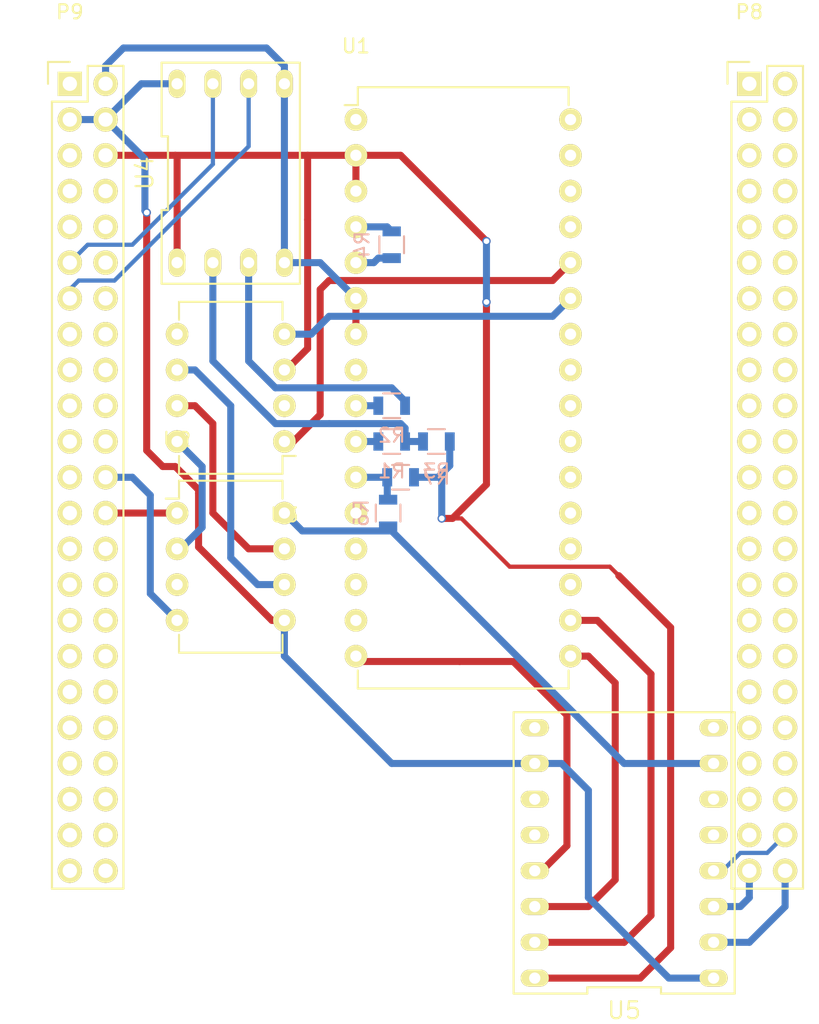
<source format=kicad_pcb>
(kicad_pcb (version 4) (host pcbnew 4.0.2+dfsg1-stable)

  (general
    (links 49)
    (no_connects 7)
    (area 109.648867 86.0786 188.597934 154.037)
    (thickness 1.6)
    (drawings 0)
    (tracks 158)
    (zones 0)
    (modules 13)
    (nets 128)
  )

  (page A4)
  (layers
    (0 F.Cu signal)
    (31 B.Cu signal)
    (32 B.Adhes user)
    (33 F.Adhes user)
    (34 B.Paste user)
    (35 F.Paste user)
    (36 B.SilkS user)
    (37 F.SilkS user)
    (38 B.Mask user)
    (39 F.Mask user)
    (40 Dwgs.User user)
    (41 Cmts.User user)
    (42 Eco1.User user)
    (43 Eco2.User user)
    (44 Edge.Cuts user)
    (45 Margin user)
    (46 B.CrtYd user)
    (47 F.CrtYd user)
    (48 B.Fab user)
    (49 F.Fab user)
  )

  (setup
    (last_trace_width 0.5)
    (trace_clearance 0.2)
    (zone_clearance 0.508)
    (zone_45_only no)
    (trace_min 0.2)
    (segment_width 0.2)
    (edge_width 0.15)
    (via_size 0.6)
    (via_drill 0.4)
    (via_min_size 0.4)
    (via_min_drill 0.3)
    (uvia_size 0.3)
    (uvia_drill 0.1)
    (uvias_allowed no)
    (uvia_min_size 0.2)
    (uvia_min_drill 0.1)
    (pcb_text_width 0.3)
    (pcb_text_size 1.5 1.5)
    (mod_edge_width 0.15)
    (mod_text_size 1 1)
    (mod_text_width 0.15)
    (pad_size 1.524 1.524)
    (pad_drill 0.762)
    (pad_to_mask_clearance 0.2)
    (aux_axis_origin 0 0)
    (visible_elements FFFFFF7F)
    (pcbplotparams
      (layerselection 0x00030_80000001)
      (usegerberextensions false)
      (excludeedgelayer true)
      (linewidth 0.100000)
      (plotframeref false)
      (viasonmask false)
      (mode 1)
      (useauxorigin false)
      (hpglpennumber 1)
      (hpglpenspeed 20)
      (hpglpendiameter 15)
      (hpglpenoverlay 2)
      (psnegative false)
      (psa4output false)
      (plotreference true)
      (plotvalue true)
      (plotinvisibletext false)
      (padsonsilk false)
      (subtractmaskfromsilk false)
      (outputformat 1)
      (mirror false)
      (drillshape 1)
      (scaleselection 1)
      (outputdirectory ""))
  )

  (net 0 "")
  (net 1 GND)
  (net 2 "Net-(P8-Pad3)")
  (net 3 "Net-(P8-Pad4)")
  (net 4 "Net-(P8-Pad5)")
  (net 5 "Net-(P8-Pad6)")
  (net 6 "Net-(P8-Pad7)")
  (net 7 "Net-(P8-Pad8)")
  (net 8 "Net-(P8-Pad9)")
  (net 9 "Net-(P8-Pad10)")
  (net 10 "Net-(P8-Pad11)")
  (net 11 "Net-(P8-Pad12)")
  (net 12 "Net-(P8-Pad13)")
  (net 13 "Net-(P8-Pad14)")
  (net 14 "Net-(P8-Pad15)")
  (net 15 "Net-(P8-Pad16)")
  (net 16 "Net-(P8-Pad17)")
  (net 17 "Net-(P8-Pad18)")
  (net 18 "Net-(P8-Pad19)")
  (net 19 "Net-(P8-Pad20)")
  (net 20 "Net-(P8-Pad21)")
  (net 21 "Net-(P8-Pad22)")
  (net 22 "Net-(P8-Pad23)")
  (net 23 "Net-(P8-Pad24)")
  (net 24 "Net-(P8-Pad25)")
  (net 25 "Net-(P8-Pad26)")
  (net 26 "Net-(P8-Pad27)")
  (net 27 "Net-(P8-Pad28)")
  (net 28 "Net-(P8-Pad29)")
  (net 29 "Net-(P8-Pad30)")
  (net 30 "Net-(P8-Pad31)")
  (net 31 "Net-(P8-Pad32)")
  (net 32 "Net-(P8-Pad33)")
  (net 33 "Net-(P8-Pad34)")
  (net 34 "Net-(P8-Pad35)")
  (net 35 "Net-(P8-Pad36)")
  (net 36 "Net-(P8-Pad37)")
  (net 37 "Net-(P8-Pad38)")
  (net 38 "Net-(P8-Pad39)")
  (net 39 "Net-(P8-Pad40)")
  (net 40 "Net-(P8-Pad41)")
  (net 41 "Net-(P8-Pad42)")
  (net 42 "Net-(P8-Pad43)")
  (net 43 /LA2)
  (net 44 /LA1)
  (net 45 /LA0)
  (net 46 +3V3)
  (net 47 "Net-(P9-Pad5)")
  (net 48 +5V)
  (net 49 "Net-(P9-Pad7)")
  (net 50 "Net-(P9-Pad8)")
  (net 51 "Net-(P9-Pad9)")
  (net 52 "Net-(P9-Pad10)")
  (net 53 /GPIO30)
  (net 54 "Net-(P9-Pad12)")
  (net 55 /GPIO31)
  (net 56 "Net-(P9-Pad14)")
  (net 57 "Net-(P9-Pad15)")
  (net 58 "Net-(P9-Pad16)")
  (net 59 "Net-(P9-Pad17)")
  (net 60 "Net-(P9-Pad18)")
  (net 61 "Net-(P9-Pad19)")
  (net 62 "Net-(P9-Pad20)")
  (net 63 "Net-(P9-Pad21)")
  (net 64 "Net-(P9-Pad22)")
  (net 65 "Net-(P9-Pad23)")
  (net 66 /CANRX1)
  (net 67 "Net-(P9-Pad25)")
  (net 68 /CANTX1)
  (net 69 "Net-(P9-Pad27)")
  (net 70 "Net-(P9-Pad28)")
  (net 71 "Net-(P9-Pad29)")
  (net 72 "Net-(P9-Pad30)")
  (net 73 "Net-(P9-Pad31)")
  (net 74 "Net-(P9-Pad32)")
  (net 75 "Net-(P9-Pad33)")
  (net 76 "Net-(P9-Pad34)")
  (net 77 "Net-(P9-Pad35)")
  (net 78 "Net-(P9-Pad36)")
  (net 79 "Net-(P9-Pad37)")
  (net 80 "Net-(P9-Pad38)")
  (net 81 "Net-(P9-Pad39)")
  (net 82 "Net-(P9-Pad40)")
  (net 83 "Net-(P9-Pad41)")
  (net 84 "Net-(P9-Pad42)")
  (net 85 "Net-(P9-Pad43)")
  (net 86 "Net-(P9-Pad44)")
  (net 87 "Net-(P9-Pad45)")
  (net 88 "Net-(P9-Pad46)")
  (net 89 "Net-(R1-Pad1)")
  (net 90 /C2CK)
  (net 91 "Net-(R2-Pad1)")
  (net 92 /C2D)
  (net 93 "Net-(R4-Pad1)")
  (net 94 "Net-(R4-Pad2)")
  (net 95 "Net-(R6-Pad2)")
  (net 96 "Net-(U1-Pad1)")
  (net 97 "Net-(U1-Pad8)")
  (net 98 "Net-(U1-Pad12)")
  (net 99 "Net-(U1-Pad13)")
  (net 100 "Net-(U1-Pad14)")
  (net 101 "Net-(U1-Pad15)")
  (net 102 /A')
  (net 103 /A)
  (net 104 /ENA)
  (net 105 /RDDA)
  (net 106 /RCL)
  (net 107 /QUAL)
  (net 108 "Net-(U1-Pad22)")
  (net 109 "Net-(U1-Pad23)")
  (net 110 "Net-(U1-Pad24)")
  (net 111 "Net-(U1-Pad25)")
  (net 112 "Net-(U1-Pad26)")
  (net 113 /CANRX0)
  (net 114 /CANTX0)
  (net 115 "Net-(U1-Pad29)")
  (net 116 "Net-(U1-Pad30)")
  (net 117 "Net-(U1-Pad31)")
  (net 118 "Net-(U1-Pad32)")
  (net 119 "Net-(U2-Pad6)")
  (net 120 "Net-(U2-Pad7)")
  (net 121 "Net-(U3-Pad5)")
  (net 122 "Net-(U5-Pad12)")
  (net 123 "Net-(U5-Pad5)")
  (net 124 "Net-(U5-Pad11)")
  (net 125 "Net-(U5-Pad6)")
  (net 126 "Net-(U5-Pad9)")
  (net 127 "Net-(U5-Pad8)")

  (net_class Default "This is the default net class."
    (clearance 0.2)
    (trace_width 0.5)
    (via_dia 0.6)
    (via_drill 0.4)
    (uvia_dia 0.3)
    (uvia_drill 0.1)
    (add_net +3V3)
    (add_net /A)
    (add_net /A')
    (add_net /C2CK)
    (add_net /C2D)
    (add_net /CANRX0)
    (add_net /CANRX1)
    (add_net /CANTX0)
    (add_net /CANTX1)
    (add_net /ENA)
    (add_net /LA0)
    (add_net /LA1)
    (add_net /QUAL)
    (add_net /RCL)
    (add_net /RDDA)
    (add_net GND)
    (add_net "Net-(P8-Pad10)")
    (add_net "Net-(P8-Pad11)")
    (add_net "Net-(P8-Pad12)")
    (add_net "Net-(P8-Pad13)")
    (add_net "Net-(P8-Pad14)")
    (add_net "Net-(P8-Pad15)")
    (add_net "Net-(P8-Pad16)")
    (add_net "Net-(P8-Pad17)")
    (add_net "Net-(P8-Pad18)")
    (add_net "Net-(P8-Pad19)")
    (add_net "Net-(P8-Pad20)")
    (add_net "Net-(P8-Pad21)")
    (add_net "Net-(P8-Pad22)")
    (add_net "Net-(P8-Pad23)")
    (add_net "Net-(P8-Pad24)")
    (add_net "Net-(P8-Pad25)")
    (add_net "Net-(P8-Pad26)")
    (add_net "Net-(P8-Pad27)")
    (add_net "Net-(P8-Pad28)")
    (add_net "Net-(P8-Pad29)")
    (add_net "Net-(P8-Pad3)")
    (add_net "Net-(P8-Pad30)")
    (add_net "Net-(P8-Pad31)")
    (add_net "Net-(P8-Pad32)")
    (add_net "Net-(P8-Pad33)")
    (add_net "Net-(P8-Pad34)")
    (add_net "Net-(P8-Pad35)")
    (add_net "Net-(P8-Pad36)")
    (add_net "Net-(P8-Pad37)")
    (add_net "Net-(P8-Pad38)")
    (add_net "Net-(P8-Pad39)")
    (add_net "Net-(P8-Pad4)")
    (add_net "Net-(P8-Pad40)")
    (add_net "Net-(P8-Pad41)")
    (add_net "Net-(P8-Pad42)")
    (add_net "Net-(P8-Pad43)")
    (add_net "Net-(P8-Pad5)")
    (add_net "Net-(P8-Pad6)")
    (add_net "Net-(P8-Pad7)")
    (add_net "Net-(P8-Pad8)")
    (add_net "Net-(P8-Pad9)")
    (add_net "Net-(P9-Pad10)")
    (add_net "Net-(P9-Pad12)")
    (add_net "Net-(P9-Pad14)")
    (add_net "Net-(P9-Pad15)")
    (add_net "Net-(P9-Pad16)")
    (add_net "Net-(P9-Pad17)")
    (add_net "Net-(P9-Pad18)")
    (add_net "Net-(P9-Pad19)")
    (add_net "Net-(P9-Pad20)")
    (add_net "Net-(P9-Pad21)")
    (add_net "Net-(P9-Pad22)")
    (add_net "Net-(P9-Pad23)")
    (add_net "Net-(P9-Pad25)")
    (add_net "Net-(P9-Pad27)")
    (add_net "Net-(P9-Pad28)")
    (add_net "Net-(P9-Pad29)")
    (add_net "Net-(P9-Pad30)")
    (add_net "Net-(P9-Pad31)")
    (add_net "Net-(P9-Pad32)")
    (add_net "Net-(P9-Pad33)")
    (add_net "Net-(P9-Pad34)")
    (add_net "Net-(P9-Pad35)")
    (add_net "Net-(P9-Pad36)")
    (add_net "Net-(P9-Pad37)")
    (add_net "Net-(P9-Pad38)")
    (add_net "Net-(P9-Pad39)")
    (add_net "Net-(P9-Pad40)")
    (add_net "Net-(P9-Pad41)")
    (add_net "Net-(P9-Pad42)")
    (add_net "Net-(P9-Pad43)")
    (add_net "Net-(P9-Pad44)")
    (add_net "Net-(P9-Pad45)")
    (add_net "Net-(P9-Pad46)")
    (add_net "Net-(P9-Pad5)")
    (add_net "Net-(P9-Pad7)")
    (add_net "Net-(P9-Pad8)")
    (add_net "Net-(P9-Pad9)")
    (add_net "Net-(R1-Pad1)")
    (add_net "Net-(R2-Pad1)")
    (add_net "Net-(R4-Pad1)")
    (add_net "Net-(R4-Pad2)")
    (add_net "Net-(R6-Pad2)")
    (add_net "Net-(U1-Pad1)")
    (add_net "Net-(U1-Pad12)")
    (add_net "Net-(U1-Pad13)")
    (add_net "Net-(U1-Pad14)")
    (add_net "Net-(U1-Pad15)")
    (add_net "Net-(U1-Pad22)")
    (add_net "Net-(U1-Pad23)")
    (add_net "Net-(U1-Pad24)")
    (add_net "Net-(U1-Pad25)")
    (add_net "Net-(U1-Pad26)")
    (add_net "Net-(U1-Pad29)")
    (add_net "Net-(U1-Pad30)")
    (add_net "Net-(U1-Pad31)")
    (add_net "Net-(U1-Pad32)")
    (add_net "Net-(U1-Pad8)")
    (add_net "Net-(U2-Pad6)")
    (add_net "Net-(U2-Pad7)")
    (add_net "Net-(U3-Pad5)")
    (add_net "Net-(U5-Pad11)")
    (add_net "Net-(U5-Pad12)")
    (add_net "Net-(U5-Pad5)")
    (add_net "Net-(U5-Pad6)")
    (add_net "Net-(U5-Pad8)")
    (add_net "Net-(U5-Pad9)")
  )

  (net_class Thru ""
    (clearance 0.2)
    (trace_width 0.3)
    (via_dia 0.6)
    (via_drill 0.4)
    (uvia_dia 0.3)
    (uvia_drill 0.1)
    (add_net +5V)
    (add_net /GPIO30)
    (add_net /GPIO31)
    (add_net /LA2)
  )

  (module Pin_Headers:Pin_Header_Straight_2x23 (layer F.Cu) (tedit 0) (tstamp 5C2F7CEB)
    (at 165.1 91.44)
    (descr "Through hole pin header")
    (tags "pin header")
    (path /5C2DD8BF)
    (fp_text reference P8 (at 0 -5.1) (layer F.SilkS)
      (effects (font (size 1 1) (thickness 0.15)))
    )
    (fp_text value CONN_02X23 (at 0 -3.1) (layer F.Fab)
      (effects (font (size 1 1) (thickness 0.15)))
    )
    (fp_line (start -1.75 -1.75) (end -1.75 57.65) (layer F.CrtYd) (width 0.05))
    (fp_line (start 4.3 -1.75) (end 4.3 57.65) (layer F.CrtYd) (width 0.05))
    (fp_line (start -1.75 -1.75) (end 4.3 -1.75) (layer F.CrtYd) (width 0.05))
    (fp_line (start -1.75 57.65) (end 4.3 57.65) (layer F.CrtYd) (width 0.05))
    (fp_line (start 3.81 57.15) (end 3.81 -1.27) (layer F.SilkS) (width 0.15))
    (fp_line (start -1.27 57.15) (end -1.27 1.27) (layer F.SilkS) (width 0.15))
    (fp_line (start 3.81 57.15) (end -1.27 57.15) (layer F.SilkS) (width 0.15))
    (fp_line (start 3.81 -1.27) (end 1.27 -1.27) (layer F.SilkS) (width 0.15))
    (fp_line (start 0 -1.55) (end -1.55 -1.55) (layer F.SilkS) (width 0.15))
    (fp_line (start 1.27 -1.27) (end 1.27 1.27) (layer F.SilkS) (width 0.15))
    (fp_line (start 1.27 1.27) (end -1.27 1.27) (layer F.SilkS) (width 0.15))
    (fp_line (start -1.55 -1.55) (end -1.55 0) (layer F.SilkS) (width 0.15))
    (pad 1 thru_hole rect (at 0 0) (size 1.7272 1.7272) (drill 1.016) (layers *.Cu *.Mask F.SilkS)
      (net 1 GND))
    (pad 2 thru_hole oval (at 2.54 0) (size 1.7272 1.7272) (drill 1.016) (layers *.Cu *.Mask F.SilkS)
      (net 1 GND))
    (pad 3 thru_hole oval (at 0 2.54) (size 1.7272 1.7272) (drill 1.016) (layers *.Cu *.Mask F.SilkS)
      (net 2 "Net-(P8-Pad3)"))
    (pad 4 thru_hole oval (at 2.54 2.54) (size 1.7272 1.7272) (drill 1.016) (layers *.Cu *.Mask F.SilkS)
      (net 3 "Net-(P8-Pad4)"))
    (pad 5 thru_hole oval (at 0 5.08) (size 1.7272 1.7272) (drill 1.016) (layers *.Cu *.Mask F.SilkS)
      (net 4 "Net-(P8-Pad5)"))
    (pad 6 thru_hole oval (at 2.54 5.08) (size 1.7272 1.7272) (drill 1.016) (layers *.Cu *.Mask F.SilkS)
      (net 5 "Net-(P8-Pad6)"))
    (pad 7 thru_hole oval (at 0 7.62) (size 1.7272 1.7272) (drill 1.016) (layers *.Cu *.Mask F.SilkS)
      (net 6 "Net-(P8-Pad7)"))
    (pad 8 thru_hole oval (at 2.54 7.62) (size 1.7272 1.7272) (drill 1.016) (layers *.Cu *.Mask F.SilkS)
      (net 7 "Net-(P8-Pad8)"))
    (pad 9 thru_hole oval (at 0 10.16) (size 1.7272 1.7272) (drill 1.016) (layers *.Cu *.Mask F.SilkS)
      (net 8 "Net-(P8-Pad9)"))
    (pad 10 thru_hole oval (at 2.54 10.16) (size 1.7272 1.7272) (drill 1.016) (layers *.Cu *.Mask F.SilkS)
      (net 9 "Net-(P8-Pad10)"))
    (pad 11 thru_hole oval (at 0 12.7) (size 1.7272 1.7272) (drill 1.016) (layers *.Cu *.Mask F.SilkS)
      (net 10 "Net-(P8-Pad11)"))
    (pad 12 thru_hole oval (at 2.54 12.7) (size 1.7272 1.7272) (drill 1.016) (layers *.Cu *.Mask F.SilkS)
      (net 11 "Net-(P8-Pad12)"))
    (pad 13 thru_hole oval (at 0 15.24) (size 1.7272 1.7272) (drill 1.016) (layers *.Cu *.Mask F.SilkS)
      (net 12 "Net-(P8-Pad13)"))
    (pad 14 thru_hole oval (at 2.54 15.24) (size 1.7272 1.7272) (drill 1.016) (layers *.Cu *.Mask F.SilkS)
      (net 13 "Net-(P8-Pad14)"))
    (pad 15 thru_hole oval (at 0 17.78) (size 1.7272 1.7272) (drill 1.016) (layers *.Cu *.Mask F.SilkS)
      (net 14 "Net-(P8-Pad15)"))
    (pad 16 thru_hole oval (at 2.54 17.78) (size 1.7272 1.7272) (drill 1.016) (layers *.Cu *.Mask F.SilkS)
      (net 15 "Net-(P8-Pad16)"))
    (pad 17 thru_hole oval (at 0 20.32) (size 1.7272 1.7272) (drill 1.016) (layers *.Cu *.Mask F.SilkS)
      (net 16 "Net-(P8-Pad17)"))
    (pad 18 thru_hole oval (at 2.54 20.32) (size 1.7272 1.7272) (drill 1.016) (layers *.Cu *.Mask F.SilkS)
      (net 17 "Net-(P8-Pad18)"))
    (pad 19 thru_hole oval (at 0 22.86) (size 1.7272 1.7272) (drill 1.016) (layers *.Cu *.Mask F.SilkS)
      (net 18 "Net-(P8-Pad19)"))
    (pad 20 thru_hole oval (at 2.54 22.86) (size 1.7272 1.7272) (drill 1.016) (layers *.Cu *.Mask F.SilkS)
      (net 19 "Net-(P8-Pad20)"))
    (pad 21 thru_hole oval (at 0 25.4) (size 1.7272 1.7272) (drill 1.016) (layers *.Cu *.Mask F.SilkS)
      (net 20 "Net-(P8-Pad21)"))
    (pad 22 thru_hole oval (at 2.54 25.4) (size 1.7272 1.7272) (drill 1.016) (layers *.Cu *.Mask F.SilkS)
      (net 21 "Net-(P8-Pad22)"))
    (pad 23 thru_hole oval (at 0 27.94) (size 1.7272 1.7272) (drill 1.016) (layers *.Cu *.Mask F.SilkS)
      (net 22 "Net-(P8-Pad23)"))
    (pad 24 thru_hole oval (at 2.54 27.94) (size 1.7272 1.7272) (drill 1.016) (layers *.Cu *.Mask F.SilkS)
      (net 23 "Net-(P8-Pad24)"))
    (pad 25 thru_hole oval (at 0 30.48) (size 1.7272 1.7272) (drill 1.016) (layers *.Cu *.Mask F.SilkS)
      (net 24 "Net-(P8-Pad25)"))
    (pad 26 thru_hole oval (at 2.54 30.48) (size 1.7272 1.7272) (drill 1.016) (layers *.Cu *.Mask F.SilkS)
      (net 25 "Net-(P8-Pad26)"))
    (pad 27 thru_hole oval (at 0 33.02) (size 1.7272 1.7272) (drill 1.016) (layers *.Cu *.Mask F.SilkS)
      (net 26 "Net-(P8-Pad27)"))
    (pad 28 thru_hole oval (at 2.54 33.02) (size 1.7272 1.7272) (drill 1.016) (layers *.Cu *.Mask F.SilkS)
      (net 27 "Net-(P8-Pad28)"))
    (pad 29 thru_hole oval (at 0 35.56) (size 1.7272 1.7272) (drill 1.016) (layers *.Cu *.Mask F.SilkS)
      (net 28 "Net-(P8-Pad29)"))
    (pad 30 thru_hole oval (at 2.54 35.56) (size 1.7272 1.7272) (drill 1.016) (layers *.Cu *.Mask F.SilkS)
      (net 29 "Net-(P8-Pad30)"))
    (pad 31 thru_hole oval (at 0 38.1) (size 1.7272 1.7272) (drill 1.016) (layers *.Cu *.Mask F.SilkS)
      (net 30 "Net-(P8-Pad31)"))
    (pad 32 thru_hole oval (at 2.54 38.1) (size 1.7272 1.7272) (drill 1.016) (layers *.Cu *.Mask F.SilkS)
      (net 31 "Net-(P8-Pad32)"))
    (pad 33 thru_hole oval (at 0 40.64) (size 1.7272 1.7272) (drill 1.016) (layers *.Cu *.Mask F.SilkS)
      (net 32 "Net-(P8-Pad33)"))
    (pad 34 thru_hole oval (at 2.54 40.64) (size 1.7272 1.7272) (drill 1.016) (layers *.Cu *.Mask F.SilkS)
      (net 33 "Net-(P8-Pad34)"))
    (pad 35 thru_hole oval (at 0 43.18) (size 1.7272 1.7272) (drill 1.016) (layers *.Cu *.Mask F.SilkS)
      (net 34 "Net-(P8-Pad35)"))
    (pad 36 thru_hole oval (at 2.54 43.18) (size 1.7272 1.7272) (drill 1.016) (layers *.Cu *.Mask F.SilkS)
      (net 35 "Net-(P8-Pad36)"))
    (pad 37 thru_hole oval (at 0 45.72) (size 1.7272 1.7272) (drill 1.016) (layers *.Cu *.Mask F.SilkS)
      (net 36 "Net-(P8-Pad37)"))
    (pad 38 thru_hole oval (at 2.54 45.72) (size 1.7272 1.7272) (drill 1.016) (layers *.Cu *.Mask F.SilkS)
      (net 37 "Net-(P8-Pad38)"))
    (pad 39 thru_hole oval (at 0 48.26) (size 1.7272 1.7272) (drill 1.016) (layers *.Cu *.Mask F.SilkS)
      (net 38 "Net-(P8-Pad39)"))
    (pad 40 thru_hole oval (at 2.54 48.26) (size 1.7272 1.7272) (drill 1.016) (layers *.Cu *.Mask F.SilkS)
      (net 39 "Net-(P8-Pad40)"))
    (pad 41 thru_hole oval (at 0 50.8) (size 1.7272 1.7272) (drill 1.016) (layers *.Cu *.Mask F.SilkS)
      (net 40 "Net-(P8-Pad41)"))
    (pad 42 thru_hole oval (at 2.54 50.8) (size 1.7272 1.7272) (drill 1.016) (layers *.Cu *.Mask F.SilkS)
      (net 41 "Net-(P8-Pad42)"))
    (pad 43 thru_hole oval (at 0 53.34) (size 1.7272 1.7272) (drill 1.016) (layers *.Cu *.Mask F.SilkS)
      (net 42 "Net-(P8-Pad43)"))
    (pad 44 thru_hole oval (at 2.54 53.34) (size 1.7272 1.7272) (drill 1.016) (layers *.Cu *.Mask F.SilkS)
      (net 43 /LA2))
    (pad 45 thru_hole oval (at 0 55.88) (size 1.7272 1.7272) (drill 1.016) (layers *.Cu *.Mask F.SilkS)
      (net 44 /LA1))
    (pad 46 thru_hole oval (at 2.54 55.88) (size 1.7272 1.7272) (drill 1.016) (layers *.Cu *.Mask F.SilkS)
      (net 45 /LA0))
    (model Pin_Headers.3dshapes/Pin_Header_Straight_2x23.wrl
      (at (xyz 0.05 -1.1 0))
      (scale (xyz 1 1 1))
      (rotate (xyz 0 0 90))
    )
  )

  (module Pin_Headers:Pin_Header_Straight_2x23 (layer F.Cu) (tedit 0) (tstamp 5C2F7D29)
    (at 116.84 91.44)
    (descr "Through hole pin header")
    (tags "pin header")
    (path /5C2DD858)
    (fp_text reference P9 (at 0 -5.1) (layer F.SilkS)
      (effects (font (size 1 1) (thickness 0.15)))
    )
    (fp_text value CONN_02X23 (at 0 -3.1) (layer F.Fab)
      (effects (font (size 1 1) (thickness 0.15)))
    )
    (fp_line (start -1.75 -1.75) (end -1.75 57.65) (layer F.CrtYd) (width 0.05))
    (fp_line (start 4.3 -1.75) (end 4.3 57.65) (layer F.CrtYd) (width 0.05))
    (fp_line (start -1.75 -1.75) (end 4.3 -1.75) (layer F.CrtYd) (width 0.05))
    (fp_line (start -1.75 57.65) (end 4.3 57.65) (layer F.CrtYd) (width 0.05))
    (fp_line (start 3.81 57.15) (end 3.81 -1.27) (layer F.SilkS) (width 0.15))
    (fp_line (start -1.27 57.15) (end -1.27 1.27) (layer F.SilkS) (width 0.15))
    (fp_line (start 3.81 57.15) (end -1.27 57.15) (layer F.SilkS) (width 0.15))
    (fp_line (start 3.81 -1.27) (end 1.27 -1.27) (layer F.SilkS) (width 0.15))
    (fp_line (start 0 -1.55) (end -1.55 -1.55) (layer F.SilkS) (width 0.15))
    (fp_line (start 1.27 -1.27) (end 1.27 1.27) (layer F.SilkS) (width 0.15))
    (fp_line (start 1.27 1.27) (end -1.27 1.27) (layer F.SilkS) (width 0.15))
    (fp_line (start -1.55 -1.55) (end -1.55 0) (layer F.SilkS) (width 0.15))
    (pad 1 thru_hole rect (at 0 0) (size 1.7272 1.7272) (drill 1.016) (layers *.Cu *.Mask F.SilkS)
      (net 1 GND))
    (pad 2 thru_hole oval (at 2.54 0) (size 1.7272 1.7272) (drill 1.016) (layers *.Cu *.Mask F.SilkS)
      (net 1 GND))
    (pad 3 thru_hole oval (at 0 2.54) (size 1.7272 1.7272) (drill 1.016) (layers *.Cu *.Mask F.SilkS)
      (net 46 +3V3))
    (pad 4 thru_hole oval (at 2.54 2.54) (size 1.7272 1.7272) (drill 1.016) (layers *.Cu *.Mask F.SilkS)
      (net 46 +3V3))
    (pad 5 thru_hole oval (at 0 5.08) (size 1.7272 1.7272) (drill 1.016) (layers *.Cu *.Mask F.SilkS)
      (net 47 "Net-(P9-Pad5)"))
    (pad 6 thru_hole oval (at 2.54 5.08) (size 1.7272 1.7272) (drill 1.016) (layers *.Cu *.Mask F.SilkS)
      (net 48 +5V))
    (pad 7 thru_hole oval (at 0 7.62) (size 1.7272 1.7272) (drill 1.016) (layers *.Cu *.Mask F.SilkS)
      (net 49 "Net-(P9-Pad7)"))
    (pad 8 thru_hole oval (at 2.54 7.62) (size 1.7272 1.7272) (drill 1.016) (layers *.Cu *.Mask F.SilkS)
      (net 50 "Net-(P9-Pad8)"))
    (pad 9 thru_hole oval (at 0 10.16) (size 1.7272 1.7272) (drill 1.016) (layers *.Cu *.Mask F.SilkS)
      (net 51 "Net-(P9-Pad9)"))
    (pad 10 thru_hole oval (at 2.54 10.16) (size 1.7272 1.7272) (drill 1.016) (layers *.Cu *.Mask F.SilkS)
      (net 52 "Net-(P9-Pad10)"))
    (pad 11 thru_hole oval (at 0 12.7) (size 1.7272 1.7272) (drill 1.016) (layers *.Cu *.Mask F.SilkS)
      (net 53 /GPIO30))
    (pad 12 thru_hole oval (at 2.54 12.7) (size 1.7272 1.7272) (drill 1.016) (layers *.Cu *.Mask F.SilkS)
      (net 54 "Net-(P9-Pad12)"))
    (pad 13 thru_hole oval (at 0 15.24) (size 1.7272 1.7272) (drill 1.016) (layers *.Cu *.Mask F.SilkS)
      (net 55 /GPIO31))
    (pad 14 thru_hole oval (at 2.54 15.24) (size 1.7272 1.7272) (drill 1.016) (layers *.Cu *.Mask F.SilkS)
      (net 56 "Net-(P9-Pad14)"))
    (pad 15 thru_hole oval (at 0 17.78) (size 1.7272 1.7272) (drill 1.016) (layers *.Cu *.Mask F.SilkS)
      (net 57 "Net-(P9-Pad15)"))
    (pad 16 thru_hole oval (at 2.54 17.78) (size 1.7272 1.7272) (drill 1.016) (layers *.Cu *.Mask F.SilkS)
      (net 58 "Net-(P9-Pad16)"))
    (pad 17 thru_hole oval (at 0 20.32) (size 1.7272 1.7272) (drill 1.016) (layers *.Cu *.Mask F.SilkS)
      (net 59 "Net-(P9-Pad17)"))
    (pad 18 thru_hole oval (at 2.54 20.32) (size 1.7272 1.7272) (drill 1.016) (layers *.Cu *.Mask F.SilkS)
      (net 60 "Net-(P9-Pad18)"))
    (pad 19 thru_hole oval (at 0 22.86) (size 1.7272 1.7272) (drill 1.016) (layers *.Cu *.Mask F.SilkS)
      (net 61 "Net-(P9-Pad19)"))
    (pad 20 thru_hole oval (at 2.54 22.86) (size 1.7272 1.7272) (drill 1.016) (layers *.Cu *.Mask F.SilkS)
      (net 62 "Net-(P9-Pad20)"))
    (pad 21 thru_hole oval (at 0 25.4) (size 1.7272 1.7272) (drill 1.016) (layers *.Cu *.Mask F.SilkS)
      (net 63 "Net-(P9-Pad21)"))
    (pad 22 thru_hole oval (at 2.54 25.4) (size 1.7272 1.7272) (drill 1.016) (layers *.Cu *.Mask F.SilkS)
      (net 64 "Net-(P9-Pad22)"))
    (pad 23 thru_hole oval (at 0 27.94) (size 1.7272 1.7272) (drill 1.016) (layers *.Cu *.Mask F.SilkS)
      (net 65 "Net-(P9-Pad23)"))
    (pad 24 thru_hole oval (at 2.54 27.94) (size 1.7272 1.7272) (drill 1.016) (layers *.Cu *.Mask F.SilkS)
      (net 66 /CANRX1))
    (pad 25 thru_hole oval (at 0 30.48) (size 1.7272 1.7272) (drill 1.016) (layers *.Cu *.Mask F.SilkS)
      (net 67 "Net-(P9-Pad25)"))
    (pad 26 thru_hole oval (at 2.54 30.48) (size 1.7272 1.7272) (drill 1.016) (layers *.Cu *.Mask F.SilkS)
      (net 68 /CANTX1))
    (pad 27 thru_hole oval (at 0 33.02) (size 1.7272 1.7272) (drill 1.016) (layers *.Cu *.Mask F.SilkS)
      (net 69 "Net-(P9-Pad27)"))
    (pad 28 thru_hole oval (at 2.54 33.02) (size 1.7272 1.7272) (drill 1.016) (layers *.Cu *.Mask F.SilkS)
      (net 70 "Net-(P9-Pad28)"))
    (pad 29 thru_hole oval (at 0 35.56) (size 1.7272 1.7272) (drill 1.016) (layers *.Cu *.Mask F.SilkS)
      (net 71 "Net-(P9-Pad29)"))
    (pad 30 thru_hole oval (at 2.54 35.56) (size 1.7272 1.7272) (drill 1.016) (layers *.Cu *.Mask F.SilkS)
      (net 72 "Net-(P9-Pad30)"))
    (pad 31 thru_hole oval (at 0 38.1) (size 1.7272 1.7272) (drill 1.016) (layers *.Cu *.Mask F.SilkS)
      (net 73 "Net-(P9-Pad31)"))
    (pad 32 thru_hole oval (at 2.54 38.1) (size 1.7272 1.7272) (drill 1.016) (layers *.Cu *.Mask F.SilkS)
      (net 74 "Net-(P9-Pad32)"))
    (pad 33 thru_hole oval (at 0 40.64) (size 1.7272 1.7272) (drill 1.016) (layers *.Cu *.Mask F.SilkS)
      (net 75 "Net-(P9-Pad33)"))
    (pad 34 thru_hole oval (at 2.54 40.64) (size 1.7272 1.7272) (drill 1.016) (layers *.Cu *.Mask F.SilkS)
      (net 76 "Net-(P9-Pad34)"))
    (pad 35 thru_hole oval (at 0 43.18) (size 1.7272 1.7272) (drill 1.016) (layers *.Cu *.Mask F.SilkS)
      (net 77 "Net-(P9-Pad35)"))
    (pad 36 thru_hole oval (at 2.54 43.18) (size 1.7272 1.7272) (drill 1.016) (layers *.Cu *.Mask F.SilkS)
      (net 78 "Net-(P9-Pad36)"))
    (pad 37 thru_hole oval (at 0 45.72) (size 1.7272 1.7272) (drill 1.016) (layers *.Cu *.Mask F.SilkS)
      (net 79 "Net-(P9-Pad37)"))
    (pad 38 thru_hole oval (at 2.54 45.72) (size 1.7272 1.7272) (drill 1.016) (layers *.Cu *.Mask F.SilkS)
      (net 80 "Net-(P9-Pad38)"))
    (pad 39 thru_hole oval (at 0 48.26) (size 1.7272 1.7272) (drill 1.016) (layers *.Cu *.Mask F.SilkS)
      (net 81 "Net-(P9-Pad39)"))
    (pad 40 thru_hole oval (at 2.54 48.26) (size 1.7272 1.7272) (drill 1.016) (layers *.Cu *.Mask F.SilkS)
      (net 82 "Net-(P9-Pad40)"))
    (pad 41 thru_hole oval (at 0 50.8) (size 1.7272 1.7272) (drill 1.016) (layers *.Cu *.Mask F.SilkS)
      (net 83 "Net-(P9-Pad41)"))
    (pad 42 thru_hole oval (at 2.54 50.8) (size 1.7272 1.7272) (drill 1.016) (layers *.Cu *.Mask F.SilkS)
      (net 84 "Net-(P9-Pad42)"))
    (pad 43 thru_hole oval (at 0 53.34) (size 1.7272 1.7272) (drill 1.016) (layers *.Cu *.Mask F.SilkS)
      (net 85 "Net-(P9-Pad43)"))
    (pad 44 thru_hole oval (at 2.54 53.34) (size 1.7272 1.7272) (drill 1.016) (layers *.Cu *.Mask F.SilkS)
      (net 86 "Net-(P9-Pad44)"))
    (pad 45 thru_hole oval (at 0 55.88) (size 1.7272 1.7272) (drill 1.016) (layers *.Cu *.Mask F.SilkS)
      (net 87 "Net-(P9-Pad45)"))
    (pad 46 thru_hole oval (at 2.54 55.88) (size 1.7272 1.7272) (drill 1.016) (layers *.Cu *.Mask F.SilkS)
      (net 88 "Net-(P9-Pad46)"))
    (model Pin_Headers.3dshapes/Pin_Header_Straight_2x23.wrl
      (at (xyz 0.05 -1.1 0))
      (scale (xyz 1 1 1))
      (rotate (xyz 0 0 90))
    )
  )

  (module Resistors_SMD:R_0805 (layer B.Cu) (tedit 5C2F74E9) (tstamp 5C2F7D35)
    (at 139.7 116.84)
    (descr "Resistor SMD 0805, reflow soldering, Vishay (see dcrcw.pdf)")
    (tags "resistor 0805")
    (path /5C2E0460)
    (attr smd)
    (fp_text reference R1 (at 0 2.1) (layer B.SilkS)
      (effects (font (size 1 1) (thickness 0.15)) (justify mirror))
    )
    (fp_text value 1K (at 0 0) (layer B.Fab)
      (effects (font (size 1 1) (thickness 0.15)) (justify mirror))
    )
    (fp_line (start -1.6 1) (end 1.6 1) (layer B.CrtYd) (width 0.05))
    (fp_line (start -1.6 -1) (end 1.6 -1) (layer B.CrtYd) (width 0.05))
    (fp_line (start -1.6 1) (end -1.6 -1) (layer B.CrtYd) (width 0.05))
    (fp_line (start 1.6 1) (end 1.6 -1) (layer B.CrtYd) (width 0.05))
    (fp_line (start 0.6 -0.875) (end -0.6 -0.875) (layer B.SilkS) (width 0.15))
    (fp_line (start -0.6 0.875) (end 0.6 0.875) (layer B.SilkS) (width 0.15))
    (pad 1 smd rect (at -0.95 0) (size 0.7 1.3) (layers B.Cu B.Paste B.Mask)
      (net 89 "Net-(R1-Pad1)"))
    (pad 2 smd rect (at 0.95 0) (size 0.7 1.3) (layers B.Cu B.Paste B.Mask)
      (net 90 /C2CK))
    (model Resistors_SMD.3dshapes/R_0805.wrl
      (at (xyz 0 0 0))
      (scale (xyz 1 1 1))
      (rotate (xyz 0 0 0))
    )
  )

  (module Resistors_SMD:R_0805 (layer B.Cu) (tedit 5C2F74E1) (tstamp 5C2F7D41)
    (at 139.7 114.3)
    (descr "Resistor SMD 0805, reflow soldering, Vishay (see dcrcw.pdf)")
    (tags "resistor 0805")
    (path /5C2E0274)
    (attr smd)
    (fp_text reference R2 (at 0 2.1) (layer B.SilkS)
      (effects (font (size 1 1) (thickness 0.15)) (justify mirror))
    )
    (fp_text value 1K (at 0 0) (layer B.Fab)
      (effects (font (size 1 1) (thickness 0.15)) (justify mirror))
    )
    (fp_line (start -1.6 1) (end 1.6 1) (layer B.CrtYd) (width 0.05))
    (fp_line (start -1.6 -1) (end 1.6 -1) (layer B.CrtYd) (width 0.05))
    (fp_line (start -1.6 1) (end -1.6 -1) (layer B.CrtYd) (width 0.05))
    (fp_line (start 1.6 1) (end 1.6 -1) (layer B.CrtYd) (width 0.05))
    (fp_line (start 0.6 -0.875) (end -0.6 -0.875) (layer B.SilkS) (width 0.15))
    (fp_line (start -0.6 0.875) (end 0.6 0.875) (layer B.SilkS) (width 0.15))
    (pad 1 smd rect (at -0.95 0) (size 0.7 1.3) (layers B.Cu B.Paste B.Mask)
      (net 91 "Net-(R2-Pad1)"))
    (pad 2 smd rect (at 0.95 0) (size 0.7 1.3) (layers B.Cu B.Paste B.Mask)
      (net 92 /C2D))
    (model Resistors_SMD.3dshapes/R_0805.wrl
      (at (xyz 0 0 0))
      (scale (xyz 1 1 1))
      (rotate (xyz 0 0 0))
    )
  )

  (module Resistors_SMD:R_0805 (layer B.Cu) (tedit 5C2F7525) (tstamp 5C2F7D4D)
    (at 142.875 116.84)
    (descr "Resistor SMD 0805, reflow soldering, Vishay (see dcrcw.pdf)")
    (tags "resistor 0805")
    (path /5C2E06F0)
    (attr smd)
    (fp_text reference R3 (at 0 2.1) (layer B.SilkS)
      (effects (font (size 1 1) (thickness 0.15)) (justify mirror))
    )
    (fp_text value 4K7 (at 0 0) (layer B.Fab)
      (effects (font (size 1 1) (thickness 0.15)) (justify mirror))
    )
    (fp_line (start -1.6 1) (end 1.6 1) (layer B.CrtYd) (width 0.05))
    (fp_line (start -1.6 -1) (end 1.6 -1) (layer B.CrtYd) (width 0.05))
    (fp_line (start -1.6 1) (end -1.6 -1) (layer B.CrtYd) (width 0.05))
    (fp_line (start 1.6 1) (end 1.6 -1) (layer B.CrtYd) (width 0.05))
    (fp_line (start 0.6 -0.875) (end -0.6 -0.875) (layer B.SilkS) (width 0.15))
    (fp_line (start -0.6 0.875) (end 0.6 0.875) (layer B.SilkS) (width 0.15))
    (pad 1 smd rect (at -0.95 0) (size 0.7 1.3) (layers B.Cu B.Paste B.Mask)
      (net 90 /C2CK))
    (pad 2 smd rect (at 0.95 0) (size 0.7 1.3) (layers B.Cu B.Paste B.Mask)
      (net 48 +5V))
    (model Resistors_SMD.3dshapes/R_0805.wrl
      (at (xyz 0 0 0))
      (scale (xyz 1 1 1))
      (rotate (xyz 0 0 0))
    )
  )

  (module Resistors_SMD:R_0805 (layer B.Cu) (tedit 5415CDEB) (tstamp 5C2F7D59)
    (at 139.7 102.87 270)
    (descr "Resistor SMD 0805, reflow soldering, Vishay (see dcrcw.pdf)")
    (tags "resistor 0805")
    (path /5C2E0BF0)
    (attr smd)
    (fp_text reference R4 (at 0 2.1 270) (layer B.SilkS)
      (effects (font (size 1 1) (thickness 0.15)) (justify mirror))
    )
    (fp_text value 22 (at 0 -2.1 270) (layer B.Fab)
      (effects (font (size 1 1) (thickness 0.15)) (justify mirror))
    )
    (fp_line (start -1.6 1) (end 1.6 1) (layer B.CrtYd) (width 0.05))
    (fp_line (start -1.6 -1) (end 1.6 -1) (layer B.CrtYd) (width 0.05))
    (fp_line (start -1.6 1) (end -1.6 -1) (layer B.CrtYd) (width 0.05))
    (fp_line (start 1.6 1) (end 1.6 -1) (layer B.CrtYd) (width 0.05))
    (fp_line (start 0.6 -0.875) (end -0.6 -0.875) (layer B.SilkS) (width 0.15))
    (fp_line (start -0.6 0.875) (end 0.6 0.875) (layer B.SilkS) (width 0.15))
    (pad 1 smd rect (at -0.95 0 270) (size 0.7 1.3) (layers B.Cu B.Paste B.Mask)
      (net 93 "Net-(R4-Pad1)"))
    (pad 2 smd rect (at 0.95 0 270) (size 0.7 1.3) (layers B.Cu B.Paste B.Mask)
      (net 94 "Net-(R4-Pad2)"))
    (model Resistors_SMD.3dshapes/R_0805.wrl
      (at (xyz 0 0 0))
      (scale (xyz 1 1 1))
      (rotate (xyz 0 0 0))
    )
  )

  (module Resistors_SMD:R_0805 (layer B.Cu) (tedit 5C2F7515) (tstamp 5C2F7D65)
    (at 139.446 121.92 90)
    (descr "Resistor SMD 0805, reflow soldering, Vishay (see dcrcw.pdf)")
    (tags "resistor 0805")
    (path /5C2E18F0)
    (attr smd)
    (fp_text reference R6 (at 0 -1.905 90) (layer B.SilkS)
      (effects (font (size 1 1) (thickness 0.15)) (justify mirror))
    )
    (fp_text value 4,7k (at 0 0 90) (layer B.Fab)
      (effects (font (size 1 1) (thickness 0.15)) (justify mirror))
    )
    (fp_line (start -1.6 1) (end 1.6 1) (layer B.CrtYd) (width 0.05))
    (fp_line (start -1.6 -1) (end 1.6 -1) (layer B.CrtYd) (width 0.05))
    (fp_line (start -1.6 1) (end -1.6 -1) (layer B.CrtYd) (width 0.05))
    (fp_line (start 1.6 1) (end 1.6 -1) (layer B.CrtYd) (width 0.05))
    (fp_line (start 0.6 -0.875) (end -0.6 -0.875) (layer B.SilkS) (width 0.15))
    (fp_line (start -0.6 0.875) (end 0.6 0.875) (layer B.SilkS) (width 0.15))
    (pad 1 smd rect (at -0.95 0 90) (size 0.7 1.3) (layers B.Cu B.Paste B.Mask)
      (net 1 GND))
    (pad 2 smd rect (at 0.95 0 90) (size 0.7 1.3) (layers B.Cu B.Paste B.Mask)
      (net 95 "Net-(R6-Pad2)"))
    (model Resistors_SMD.3dshapes/R_0805.wrl
      (at (xyz 0 0 0))
      (scale (xyz 1 1 1))
      (rotate (xyz 0 0 0))
    )
  )

  (module Resistors_SMD:R_0805 (layer B.Cu) (tedit 5C2F74F9) (tstamp 5C2F7D71)
    (at 140.335 119.38)
    (descr "Resistor SMD 0805, reflow soldering, Vishay (see dcrcw.pdf)")
    (tags "resistor 0805")
    (path /5C2E16C2)
    (attr smd)
    (fp_text reference R7 (at 2.54 0) (layer B.SilkS)
      (effects (font (size 1 1) (thickness 0.15)) (justify mirror))
    )
    (fp_text value 1K5 (at 0 0) (layer B.Fab)
      (effects (font (size 1 1) (thickness 0.15)) (justify mirror))
    )
    (fp_line (start -1.6 1) (end 1.6 1) (layer B.CrtYd) (width 0.05))
    (fp_line (start -1.6 -1) (end 1.6 -1) (layer B.CrtYd) (width 0.05))
    (fp_line (start -1.6 1) (end -1.6 -1) (layer B.CrtYd) (width 0.05))
    (fp_line (start 1.6 1) (end 1.6 -1) (layer B.CrtYd) (width 0.05))
    (fp_line (start 0.6 -0.875) (end -0.6 -0.875) (layer B.SilkS) (width 0.15))
    (fp_line (start -0.6 0.875) (end 0.6 0.875) (layer B.SilkS) (width 0.15))
    (pad 1 smd rect (at -0.95 0) (size 0.7 1.3) (layers B.Cu B.Paste B.Mask)
      (net 95 "Net-(R6-Pad2)"))
    (pad 2 smd rect (at 0.95 0) (size 0.7 1.3) (layers B.Cu B.Paste B.Mask)
      (net 48 +5V))
    (model Resistors_SMD.3dshapes/R_0805.wrl
      (at (xyz 0 0 0))
      (scale (xyz 1 1 1))
      (rotate (xyz 0 0 0))
    )
  )

  (module Housings_DIP:DIP-32_W15.24mm (layer F.Cu) (tedit 54130A77) (tstamp 5C2F7DA0)
    (at 137.16 93.98)
    (descr "32-lead dip package, row spacing 15.24 mm (600 mils)")
    (tags "dil dip 2.54 600")
    (path /5C2DEF2E)
    (fp_text reference U1 (at 0 -5.22) (layer F.SilkS)
      (effects (font (size 1 1) (thickness 0.15)))
    )
    (fp_text value C8051F502 (at 0 -3.72) (layer F.Fab)
      (effects (font (size 1 1) (thickness 0.15)))
    )
    (fp_line (start -1.05 -2.45) (end -1.05 40.55) (layer F.CrtYd) (width 0.05))
    (fp_line (start 16.3 -2.45) (end 16.3 40.55) (layer F.CrtYd) (width 0.05))
    (fp_line (start -1.05 -2.45) (end 16.3 -2.45) (layer F.CrtYd) (width 0.05))
    (fp_line (start -1.05 40.55) (end 16.3 40.55) (layer F.CrtYd) (width 0.05))
    (fp_line (start 0.135 -2.295) (end 0.135 -1.025) (layer F.SilkS) (width 0.15))
    (fp_line (start 15.105 -2.295) (end 15.105 -1.025) (layer F.SilkS) (width 0.15))
    (fp_line (start 15.105 40.395) (end 15.105 39.125) (layer F.SilkS) (width 0.15))
    (fp_line (start 0.135 40.395) (end 0.135 39.125) (layer F.SilkS) (width 0.15))
    (fp_line (start 0.135 -2.295) (end 15.105 -2.295) (layer F.SilkS) (width 0.15))
    (fp_line (start 0.135 40.395) (end 15.105 40.395) (layer F.SilkS) (width 0.15))
    (fp_line (start 0.135 -1.025) (end -0.8 -1.025) (layer F.SilkS) (width 0.15))
    (pad 1 thru_hole oval (at 0 0) (size 1.6 1.6) (drill 0.8) (layers *.Cu *.Mask F.SilkS)
      (net 96 "Net-(U1-Pad1)"))
    (pad 2 thru_hole oval (at 0 2.54) (size 1.6 1.6) (drill 0.8) (layers *.Cu *.Mask F.SilkS)
      (net 48 +5V))
    (pad 3 thru_hole oval (at 0 5.08) (size 1.6 1.6) (drill 0.8) (layers *.Cu *.Mask F.SilkS)
      (net 48 +5V))
    (pad 4 thru_hole oval (at 0 7.62) (size 1.6 1.6) (drill 0.8) (layers *.Cu *.Mask F.SilkS)
      (net 93 "Net-(R4-Pad1)"))
    (pad 5 thru_hole oval (at 0 10.16) (size 1.6 1.6) (drill 0.8) (layers *.Cu *.Mask F.SilkS)
      (net 94 "Net-(R4-Pad2)"))
    (pad 6 thru_hole oval (at 0 12.7) (size 1.6 1.6) (drill 0.8) (layers *.Cu *.Mask F.SilkS)
      (net 1 GND))
    (pad 7 thru_hole oval (at 0 15.24) (size 1.6 1.6) (drill 0.8) (layers *.Cu *.Mask F.SilkS)
      (net 1 GND))
    (pad 8 thru_hole oval (at 0 17.78) (size 1.6 1.6) (drill 0.8) (layers *.Cu *.Mask F.SilkS)
      (net 97 "Net-(U1-Pad8)"))
    (pad 9 thru_hole oval (at 0 20.32) (size 1.6 1.6) (drill 0.8) (layers *.Cu *.Mask F.SilkS)
      (net 91 "Net-(R2-Pad1)"))
    (pad 10 thru_hole oval (at 0 22.86) (size 1.6 1.6) (drill 0.8) (layers *.Cu *.Mask F.SilkS)
      (net 89 "Net-(R1-Pad1)"))
    (pad 11 thru_hole oval (at 0 25.4) (size 1.6 1.6) (drill 0.8) (layers *.Cu *.Mask F.SilkS)
      (net 95 "Net-(R6-Pad2)"))
    (pad 12 thru_hole oval (at 0 27.94) (size 1.6 1.6) (drill 0.8) (layers *.Cu *.Mask F.SilkS)
      (net 98 "Net-(U1-Pad12)"))
    (pad 13 thru_hole oval (at 0 30.48) (size 1.6 1.6) (drill 0.8) (layers *.Cu *.Mask F.SilkS)
      (net 99 "Net-(U1-Pad13)"))
    (pad 14 thru_hole oval (at 0 33.02) (size 1.6 1.6) (drill 0.8) (layers *.Cu *.Mask F.SilkS)
      (net 100 "Net-(U1-Pad14)"))
    (pad 15 thru_hole oval (at 0 35.56) (size 1.6 1.6) (drill 0.8) (layers *.Cu *.Mask F.SilkS)
      (net 101 "Net-(U1-Pad15)"))
    (pad 16 thru_hole oval (at 0 38.1) (size 1.6 1.6) (drill 0.8) (layers *.Cu *.Mask F.SilkS)
      (net 102 /A'))
    (pad 17 thru_hole oval (at 15.24 38.1) (size 1.6 1.6) (drill 0.8) (layers *.Cu *.Mask F.SilkS)
      (net 103 /A))
    (pad 18 thru_hole oval (at 15.24 35.56) (size 1.6 1.6) (drill 0.8) (layers *.Cu *.Mask F.SilkS)
      (net 104 /ENA))
    (pad 19 thru_hole oval (at 15.24 33.02) (size 1.6 1.6) (drill 0.8) (layers *.Cu *.Mask F.SilkS)
      (net 105 /RDDA))
    (pad 20 thru_hole oval (at 15.24 30.48) (size 1.6 1.6) (drill 0.8) (layers *.Cu *.Mask F.SilkS)
      (net 106 /RCL))
    (pad 21 thru_hole oval (at 15.24 27.94) (size 1.6 1.6) (drill 0.8) (layers *.Cu *.Mask F.SilkS)
      (net 107 /QUAL))
    (pad 22 thru_hole oval (at 15.24 25.4) (size 1.6 1.6) (drill 0.8) (layers *.Cu *.Mask F.SilkS)
      (net 108 "Net-(U1-Pad22)"))
    (pad 23 thru_hole oval (at 15.24 22.86) (size 1.6 1.6) (drill 0.8) (layers *.Cu *.Mask F.SilkS)
      (net 109 "Net-(U1-Pad23)"))
    (pad 24 thru_hole oval (at 15.24 20.32) (size 1.6 1.6) (drill 0.8) (layers *.Cu *.Mask F.SilkS)
      (net 110 "Net-(U1-Pad24)"))
    (pad 25 thru_hole oval (at 15.24 17.78) (size 1.6 1.6) (drill 0.8) (layers *.Cu *.Mask F.SilkS)
      (net 111 "Net-(U1-Pad25)"))
    (pad 26 thru_hole oval (at 15.24 15.24) (size 1.6 1.6) (drill 0.8) (layers *.Cu *.Mask F.SilkS)
      (net 112 "Net-(U1-Pad26)"))
    (pad 27 thru_hole oval (at 15.24 12.7) (size 1.6 1.6) (drill 0.8) (layers *.Cu *.Mask F.SilkS)
      (net 113 /CANRX0))
    (pad 28 thru_hole oval (at 15.24 10.16) (size 1.6 1.6) (drill 0.8) (layers *.Cu *.Mask F.SilkS)
      (net 114 /CANTX0))
    (pad 29 thru_hole oval (at 15.24 7.62) (size 1.6 1.6) (drill 0.8) (layers *.Cu *.Mask F.SilkS)
      (net 115 "Net-(U1-Pad29)"))
    (pad 30 thru_hole oval (at 15.24 5.08) (size 1.6 1.6) (drill 0.8) (layers *.Cu *.Mask F.SilkS)
      (net 116 "Net-(U1-Pad30)"))
    (pad 31 thru_hole oval (at 15.24 2.54) (size 1.6 1.6) (drill 0.8) (layers *.Cu *.Mask F.SilkS)
      (net 117 "Net-(U1-Pad31)"))
    (pad 32 thru_hole oval (at 15.24 0) (size 1.6 1.6) (drill 0.8) (layers *.Cu *.Mask F.SilkS)
      (net 118 "Net-(U1-Pad32)"))
    (model Housings_DIP.3dshapes/DIP-32_W15.24mm.wrl
      (at (xyz 0 0 0))
      (scale (xyz 1 1 1))
      (rotate (xyz 0 0 0))
    )
  )

  (module Housings_DIP:DIP-8_W7.62mm (layer F.Cu) (tedit 5C2F7489) (tstamp 5C2F7DB7)
    (at 124.46 121.92)
    (descr "8-lead dip package, row spacing 7.62 mm (300 mils)")
    (tags "dil dip 2.54 300")
    (path /5C2DDC99)
    (fp_text reference U2 (at 0 -5.22) (layer F.SilkS)
      (effects (font (size 1 1) (thickness 0.15)))
    )
    (fp_text value MCP2562 (at 3.81 -1.27) (layer F.Fab)
      (effects (font (size 1 1) (thickness 0.15)))
    )
    (fp_line (start -1.05 -2.45) (end -1.05 10.1) (layer F.CrtYd) (width 0.05))
    (fp_line (start 8.65 -2.45) (end 8.65 10.1) (layer F.CrtYd) (width 0.05))
    (fp_line (start -1.05 -2.45) (end 8.65 -2.45) (layer F.CrtYd) (width 0.05))
    (fp_line (start -1.05 10.1) (end 8.65 10.1) (layer F.CrtYd) (width 0.05))
    (fp_line (start 0.135 -2.295) (end 0.135 -1.025) (layer F.SilkS) (width 0.15))
    (fp_line (start 7.485 -2.295) (end 7.485 -1.025) (layer F.SilkS) (width 0.15))
    (fp_line (start 7.485 9.915) (end 7.485 8.645) (layer F.SilkS) (width 0.15))
    (fp_line (start 0.135 9.915) (end 0.135 8.645) (layer F.SilkS) (width 0.15))
    (fp_line (start 0.135 -2.295) (end 7.485 -2.295) (layer F.SilkS) (width 0.15))
    (fp_line (start 0.135 9.915) (end 7.485 9.915) (layer F.SilkS) (width 0.15))
    (fp_line (start 0.135 -1.025) (end -0.8 -1.025) (layer F.SilkS) (width 0.15))
    (pad 1 thru_hole oval (at 0 0) (size 1.6 1.6) (drill 0.8) (layers *.Cu *.Mask F.SilkS)
      (net 68 /CANTX1))
    (pad 2 thru_hole oval (at 0 2.54) (size 1.6 1.6) (drill 0.8) (layers *.Cu *.Mask F.SilkS)
      (net 1 GND))
    (pad 3 thru_hole oval (at 0 5.08) (size 1.6 1.6) (drill 0.8) (layers *.Cu *.Mask F.SilkS)
      (net 48 +5V))
    (pad 4 thru_hole oval (at 0 7.62) (size 1.6 1.6) (drill 0.8) (layers *.Cu *.Mask F.SilkS)
      (net 66 /CANRX1))
    (pad 5 thru_hole oval (at 7.62 7.62) (size 1.6 1.6) (drill 0.8) (layers *.Cu *.Mask F.SilkS)
      (net 46 +3V3))
    (pad 6 thru_hole oval (at 7.62 5.08) (size 1.6 1.6) (drill 0.8) (layers *.Cu *.Mask F.SilkS)
      (net 119 "Net-(U2-Pad6)"))
    (pad 7 thru_hole oval (at 7.62 2.54) (size 1.6 1.6) (drill 0.8) (layers *.Cu *.Mask F.SilkS)
      (net 120 "Net-(U2-Pad7)"))
    (pad 8 thru_hole oval (at 7.62 0) (size 1.6 1.6) (drill 0.8) (layers *.Cu *.Mask F.SilkS)
      (net 1 GND))
    (model Housings_DIP.3dshapes/DIP-8_W7.62mm.wrl
      (at (xyz 0 0 0))
      (scale (xyz 1 1 1))
      (rotate (xyz 0 0 0))
    )
  )

  (module Housings_DIP:DIP-8_W7.62mm (layer F.Cu) (tedit 5C2F748E) (tstamp 5C2F7DCE)
    (at 132.08 116.84 180)
    (descr "8-lead dip package, row spacing 7.62 mm (300 mils)")
    (tags "dil dip 2.54 300")
    (path /5C2DDC39)
    (fp_text reference U3 (at 0 -5.22 180) (layer F.SilkS)
      (effects (font (size 1 1) (thickness 0.15)))
    )
    (fp_text value MCP2561 (at 3.81 -1.905 180) (layer F.Fab)
      (effects (font (size 1 1) (thickness 0.15)))
    )
    (fp_line (start -1.05 -2.45) (end -1.05 10.1) (layer F.CrtYd) (width 0.05))
    (fp_line (start 8.65 -2.45) (end 8.65 10.1) (layer F.CrtYd) (width 0.05))
    (fp_line (start -1.05 -2.45) (end 8.65 -2.45) (layer F.CrtYd) (width 0.05))
    (fp_line (start -1.05 10.1) (end 8.65 10.1) (layer F.CrtYd) (width 0.05))
    (fp_line (start 0.135 -2.295) (end 0.135 -1.025) (layer F.SilkS) (width 0.15))
    (fp_line (start 7.485 -2.295) (end 7.485 -1.025) (layer F.SilkS) (width 0.15))
    (fp_line (start 7.485 9.915) (end 7.485 8.645) (layer F.SilkS) (width 0.15))
    (fp_line (start 0.135 9.915) (end 0.135 8.645) (layer F.SilkS) (width 0.15))
    (fp_line (start 0.135 -2.295) (end 7.485 -2.295) (layer F.SilkS) (width 0.15))
    (fp_line (start 0.135 9.915) (end 7.485 9.915) (layer F.SilkS) (width 0.15))
    (fp_line (start 0.135 -1.025) (end -0.8 -1.025) (layer F.SilkS) (width 0.15))
    (pad 1 thru_hole oval (at 0 0 180) (size 1.6 1.6) (drill 0.8) (layers *.Cu *.Mask F.SilkS)
      (net 114 /CANTX0))
    (pad 2 thru_hole oval (at 0 2.54 180) (size 1.6 1.6) (drill 0.8) (layers *.Cu *.Mask F.SilkS)
      (net 1 GND))
    (pad 3 thru_hole oval (at 0 5.08 180) (size 1.6 1.6) (drill 0.8) (layers *.Cu *.Mask F.SilkS)
      (net 48 +5V))
    (pad 4 thru_hole oval (at 0 7.62 180) (size 1.6 1.6) (drill 0.8) (layers *.Cu *.Mask F.SilkS)
      (net 113 /CANRX0))
    (pad 5 thru_hole oval (at 7.62 7.62 180) (size 1.6 1.6) (drill 0.8) (layers *.Cu *.Mask F.SilkS)
      (net 121 "Net-(U3-Pad5)"))
    (pad 6 thru_hole oval (at 7.62 5.08 180) (size 1.6 1.6) (drill 0.8) (layers *.Cu *.Mask F.SilkS)
      (net 119 "Net-(U2-Pad6)"))
    (pad 7 thru_hole oval (at 7.62 2.54 180) (size 1.6 1.6) (drill 0.8) (layers *.Cu *.Mask F.SilkS)
      (net 120 "Net-(U2-Pad7)"))
    (pad 8 thru_hole oval (at 7.62 0 180) (size 1.6 1.6) (drill 0.8) (layers *.Cu *.Mask F.SilkS)
      (net 1 GND))
    (model Housings_DIP.3dshapes/DIP-8_W7.62mm.wrl
      (at (xyz 0 0 0))
      (scale (xyz 1 1 1))
      (rotate (xyz 0 0 0))
    )
  )

  (module Housings_DIP:DIP-16_W_ELL (layer F.Cu) (tedit 0) (tstamp 5C2F7DEA)
    (at 156.21 146.05 90)
    (path /5C2F41CD)
    (fp_text reference U5 (at -11.19 0 180) (layer F.SilkS)
      (effects (font (size 1.2 1.2) (thickness 0.15)))
    )
    (fp_text value TXB0104_16 (at 0 0 90) (layer F.Fab)
      (effects (font (size 1.2 1.2) (thickness 0.15)))
    )
    (fp_line (start -9.99 7.849999) (end 9.99 7.85) (layer F.SilkS) (width 0.15))
    (fp_line (start 9.99 7.85) (end 9.99 -7.849999) (layer F.SilkS) (width 0.15))
    (fp_line (start 9.99 -7.849999) (end -9.99 -7.85) (layer F.SilkS) (width 0.15))
    (fp_line (start -9.99 -7.85) (end -9.99 -2.616666) (layer F.SilkS) (width 0.15))
    (fp_line (start -9.99 -2.616666) (end -9.54 -2.616666) (layer F.SilkS) (width 0.15))
    (fp_line (start -9.54 -2.616666) (end -9.54 2.616666) (layer F.SilkS) (width 0.15))
    (fp_line (start -9.54 2.616666) (end -9.99 2.616666) (layer F.SilkS) (width 0.15))
    (fp_line (start -9.99 2.616666) (end -9.99 7.849999) (layer F.SilkS) (width 0.15))
    (pad 16 thru_hole oval (at -8.89 -6.35 90) (size 1.2 2) (drill 0.8) (layers *.Cu *.Mask F.SilkS)
      (net 48 +5V))
    (pad 1 thru_hole oval (at -8.89 6.35 90) (size 1.2 2) (drill 0.8) (layers *.Cu *.Mask F.SilkS)
      (net 46 +3V3))
    (pad 15 thru_hole oval (at -6.35 -6.35 90) (size 1.2 2) (drill 0.8) (layers *.Cu *.Mask F.SilkS)
      (net 104 /ENA))
    (pad 2 thru_hole oval (at -6.35 6.35 90) (size 1.2 2) (drill 0.8) (layers *.Cu *.Mask F.SilkS)
      (net 45 /LA0))
    (pad 14 thru_hole oval (at -3.81 -6.35 90) (size 1.2 2) (drill 0.8) (layers *.Cu *.Mask F.SilkS)
      (net 103 /A))
    (pad 3 thru_hole oval (at -3.81 6.35 90) (size 1.2 2) (drill 0.8) (layers *.Cu *.Mask F.SilkS)
      (net 44 /LA1))
    (pad 13 thru_hole oval (at -1.27 -6.35 90) (size 1.2 2) (drill 0.8) (layers *.Cu *.Mask F.SilkS)
      (net 102 /A'))
    (pad 4 thru_hole oval (at -1.27 6.35 90) (size 1.2 2) (drill 0.8) (layers *.Cu *.Mask F.SilkS)
      (net 43 /LA2))
    (pad 12 thru_hole oval (at 1.27 -6.35 90) (size 1.2 2) (drill 0.8) (layers *.Cu *.Mask F.SilkS)
      (net 122 "Net-(U5-Pad12)"))
    (pad 5 thru_hole oval (at 1.27 6.35 90) (size 1.2 2) (drill 0.8) (layers *.Cu *.Mask F.SilkS)
      (net 123 "Net-(U5-Pad5)"))
    (pad 11 thru_hole oval (at 3.81 -6.35 90) (size 1.2 2) (drill 0.8) (layers *.Cu *.Mask F.SilkS)
      (net 124 "Net-(U5-Pad11)"))
    (pad 6 thru_hole oval (at 3.81 6.35 90) (size 1.2 2) (drill 0.8) (layers *.Cu *.Mask F.SilkS)
      (net 125 "Net-(U5-Pad6)"))
    (pad 10 thru_hole oval (at 6.35 -6.35 90) (size 1.2 2) (drill 0.8) (layers *.Cu *.Mask F.SilkS)
      (net 46 +3V3))
    (pad 7 thru_hole oval (at 6.35 6.35 90) (size 1.2 2) (drill 0.8) (layers *.Cu *.Mask F.SilkS)
      (net 1 GND))
    (pad 9 thru_hole oval (at 8.89 -6.35 90) (size 1.2 2) (drill 0.8) (layers *.Cu *.Mask F.SilkS)
      (net 126 "Net-(U5-Pad9)"))
    (pad 8 thru_hole oval (at 8.89 6.35 90) (size 1.2 2) (drill 0.8) (layers *.Cu *.Mask F.SilkS)
      (net 127 "Net-(U5-Pad8)"))
  )

  (module Housings_DIP:DIP-8_W_ELL (layer F.Cu) (tedit 5C2F3A83) (tstamp 5C2F8D93)
    (at 128.27 97.79)
    (path /5C2F4E39)
    (fp_text reference U4 (at -6.11 0 90) (layer F.SilkS)
      (effects (font (size 1.2 1.2) (thickness 0.15)))
    )
    (fp_text value LSI2C (at 0 0) (layer F.Fab)
      (effects (font (size 1.2 1.2) (thickness 0.15)))
    )
    (fp_line (start -4.91 7.85) (end 4.909999 7.85) (layer F.SilkS) (width 0.15))
    (fp_line (start 4.909999 7.85) (end 4.91 -7.85) (layer F.SilkS) (width 0.15))
    (fp_line (start 4.91 -7.85) (end -4.909999 -7.85) (layer F.SilkS) (width 0.15))
    (fp_line (start -4.909999 -7.85) (end -4.91 -2.616666) (layer F.SilkS) (width 0.15))
    (fp_line (start -4.91 -2.616666) (end -4.46 -2.616666) (layer F.SilkS) (width 0.15))
    (fp_line (start -4.46 -2.616666) (end -4.46 2.616666) (layer F.SilkS) (width 0.15))
    (fp_line (start -4.46 2.616666) (end -4.91 2.616666) (layer F.SilkS) (width 0.15))
    (fp_line (start -4.91 2.616666) (end -4.91 7.85) (layer F.SilkS) (width 0.15))
    (pad 8 thru_hole oval (at -3.81 -6.35) (size 1.2 2) (drill 0.8) (layers *.Cu *.Mask F.SilkS)
      (net 46 +3V3))
    (pad 1 thru_hole oval (at -3.81 6.35) (size 1.2 2) (drill 0.8) (layers *.Cu *.Mask F.SilkS)
      (net 48 +5V))
    (pad 7 thru_hole oval (at -1.27 -6.35) (size 1.2 2) (drill 0.8) (layers *.Cu *.Mask F.SilkS)
      (net 53 /GPIO30))
    (pad 2 thru_hole oval (at -1.27 6.35) (size 1.2 2) (drill 0.8) (layers *.Cu *.Mask F.SilkS)
      (net 90 /C2CK))
    (pad 6 thru_hole oval (at 1.27 -6.35) (size 1.2 2) (drill 0.8) (layers *.Cu *.Mask F.SilkS)
      (net 55 /GPIO31))
    (pad 3 thru_hole oval (at 1.27 6.35) (size 1.2 2) (drill 0.8) (layers *.Cu *.Mask F.SilkS)
      (net 92 /C2D))
    (pad 5 thru_hole oval (at 3.81 -6.35) (size 1.2 2) (drill 0.8) (layers *.Cu *.Mask F.SilkS)
      (net 1 GND))
    (pad 4 thru_hole oval (at 3.81 6.35) (size 1.2 2) (drill 0.8) (layers *.Cu *.Mask F.SilkS)
      (net 1 GND))
  )

  (segment (start 132.08 91.44) (end 132.08 104.14) (width 0.5) (layer B.Cu) (net 1) (status C00000))
  (segment (start 124.46 124.46) (end 124.714 124.46) (width 0.5) (layer B.Cu) (net 1))
  (segment (start 124.714 124.46) (end 126.238 122.936) (width 0.5) (layer B.Cu) (net 1) (tstamp 5C2F9355))
  (segment (start 126.238 122.936) (end 126.238 118.618) (width 0.5) (layer B.Cu) (net 1) (tstamp 5C2F9356))
  (segment (start 126.238 118.618) (end 124.46 116.84) (width 0.5) (layer B.Cu) (net 1) (tstamp 5C2F9357))
  (segment (start 137.16 106.68) (end 137.16 109.22) (width 0.5) (layer F.Cu) (net 1))
  (segment (start 132.08 104.14) (end 134.62 104.14) (width 0.5) (layer B.Cu) (net 1))
  (segment (start 134.62 104.14) (end 137.16 106.68) (width 0.5) (layer B.Cu) (net 1) (tstamp 5C2F9334))
  (segment (start 132.08 91.44) (end 132.08 90.17) (width 0.5) (layer B.Cu) (net 1))
  (segment (start 119.38 90.17) (end 119.38 91.44) (width 0.5) (layer B.Cu) (net 1) (tstamp 5C2F92D3))
  (segment (start 120.65 88.9) (end 119.38 90.17) (width 0.5) (layer B.Cu) (net 1) (tstamp 5C2F92D2))
  (segment (start 130.81 88.9) (end 120.65 88.9) (width 0.5) (layer B.Cu) (net 1) (tstamp 5C2F92D1))
  (segment (start 132.08 90.17) (end 130.81 88.9) (width 0.5) (layer B.Cu) (net 1) (tstamp 5C2F92D0))
  (segment (start 162.56 139.7) (end 156.21 139.7) (width 0.5) (layer B.Cu) (net 1))
  (segment (start 133.35 123.19) (end 132.08 121.92) (width 0.5) (layer B.Cu) (net 1) (tstamp 5C2F9297))
  (segment (start 139.7 123.19) (end 133.35 123.19) (width 0.5) (layer B.Cu) (net 1) (tstamp 5C2F9296))
  (segment (start 156.21 139.7) (end 139.7 123.19) (width 0.5) (layer B.Cu) (net 1) (tstamp 5C2F9294))
  (segment (start 162.56 147.32) (end 163.195 147.32) (width 0.3) (layer B.Cu) (net 43))
  (segment (start 163.195 147.32) (end 164.465 146.05) (width 0.3) (layer B.Cu) (net 43) (tstamp 5C2F928D))
  (segment (start 164.465 146.05) (end 166.37 146.05) (width 0.3) (layer B.Cu) (net 43) (tstamp 5C2F928E))
  (segment (start 166.37 146.05) (end 167.64 144.78) (width 0.3) (layer B.Cu) (net 43) (tstamp 5C2F9290))
  (segment (start 162.56 149.86) (end 164.465 149.86) (width 0.5) (layer B.Cu) (net 44))
  (segment (start 165.1 149.225) (end 165.1 147.32) (width 0.5) (layer B.Cu) (net 44) (tstamp 5C2F9286))
  (segment (start 164.465 149.86) (end 165.1 149.225) (width 0.5) (layer B.Cu) (net 44) (tstamp 5C2F9285))
  (segment (start 162.56 152.4) (end 165.1 152.4) (width 0.5) (layer B.Cu) (net 45))
  (segment (start 167.64 149.86) (end 167.64 147.32) (width 0.5) (layer B.Cu) (net 45) (tstamp 5C2F9281))
  (segment (start 165.1 152.4) (end 167.64 149.86) (width 0.5) (layer B.Cu) (net 45) (tstamp 5C2F927F))
  (segment (start 125.984 120.523) (end 125.984 120.269) (width 0.5) (layer F.Cu) (net 46))
  (segment (start 131.191 129.54) (end 125.984 124.333) (width 0.5) (layer F.Cu) (net 46) (tstamp 5C2F9343))
  (segment (start 125.984 124.333) (end 125.984 120.523) (width 0.5) (layer F.Cu) (net 46) (tstamp 5C2F9344))
  (segment (start 132.08 129.54) (end 131.191 129.54) (width 0.5) (layer F.Cu) (net 46))
  (segment (start 122.174 96.774) (end 119.38 93.98) (width 0.5) (layer B.Cu) (net 46) (tstamp 5C2F9350))
  (segment (start 122.174 100.457) (end 122.174 96.774) (width 0.5) (layer B.Cu) (net 46) (tstamp 5C2F934F))
  (segment (start 122.301 100.584) (end 122.174 100.457) (width 0.5) (layer B.Cu) (net 46) (tstamp 5C2F934E))
  (via (at 122.301 100.584) (size 0.6) (drill 0.4) (layers F.Cu B.Cu) (net 46))
  (segment (start 122.301 117.475) (end 122.301 100.584) (width 0.5) (layer F.Cu) (net 46) (tstamp 5C2F934C))
  (segment (start 123.444 118.618) (end 122.301 117.475) (width 0.5) (layer F.Cu) (net 46) (tstamp 5C2F934B))
  (segment (start 124.333 118.618) (end 123.444 118.618) (width 0.5) (layer F.Cu) (net 46) (tstamp 5C2F934A))
  (segment (start 125.984 120.269) (end 124.333 118.618) (width 0.5) (layer F.Cu) (net 46) (tstamp 5C2F9349))
  (segment (start 162.56 154.94) (end 159.385 154.94) (width 0.5) (layer B.Cu) (net 46))
  (segment (start 151.765 139.7) (end 149.86 139.7) (width 0.5) (layer B.Cu) (net 46) (tstamp 5C2F9313))
  (segment (start 153.67 141.605) (end 151.765 139.7) (width 0.5) (layer B.Cu) (net 46) (tstamp 5C2F9312))
  (segment (start 153.67 149.225) (end 153.67 141.605) (width 0.5) (layer B.Cu) (net 46) (tstamp 5C2F9310))
  (segment (start 159.385 154.94) (end 153.67 149.225) (width 0.5) (layer B.Cu) (net 46) (tstamp 5C2F930E))
  (segment (start 116.84 93.98) (end 119.38 93.98) (width 0.5) (layer B.Cu) (net 46))
  (segment (start 119.38 93.98) (end 121.92 91.44) (width 0.5) (layer B.Cu) (net 46) (tstamp 5C2F92D6))
  (segment (start 121.92 91.44) (end 124.46 91.44) (width 0.5) (layer B.Cu) (net 46) (tstamp 5C2F92D7))
  (segment (start 149.86 139.7) (end 139.7 139.7) (width 0.5) (layer B.Cu) (net 46))
  (segment (start 132.08 132.08) (end 132.08 129.54) (width 0.5) (layer B.Cu) (net 46) (tstamp 5C2F92A0))
  (segment (start 139.7 139.7) (end 132.08 132.08) (width 0.5) (layer B.Cu) (net 46) (tstamp 5C2F929E))
  (segment (start 143.256 122.301) (end 144.653 122.301) (width 0.3) (layer F.Cu) (net 48))
  (segment (start 159.512 130.048) (end 155.829 126.365) (width 0.5) (layer F.Cu) (net 48) (tstamp 5C2F93CC))
  (segment (start 157.353 154.94) (end 149.86 154.94) (width 0.5) (layer F.Cu) (net 48) (status 800000))
  (segment (start 157.353 154.94) (end 159.512 152.781) (width 0.5) (layer F.Cu) (net 48) (tstamp 5C2F93C8))
  (segment (start 159.512 152.781) (end 159.512 130.048) (width 0.5) (layer F.Cu) (net 48))
  (segment (start 155.194 125.73) (end 155.829 126.365) (width 0.3) (layer F.Cu) (net 48) (tstamp 5C2F93D5))
  (segment (start 148.082 125.73) (end 155.194 125.73) (width 0.3) (layer F.Cu) (net 48) (tstamp 5C2F93D3))
  (segment (start 144.653 122.301) (end 148.082 125.73) (width 0.3) (layer F.Cu) (net 48) (tstamp 5C2F93D1))
  (segment (start 143.256 122.301) (end 144.018 122.301) (width 0.5) (layer F.Cu) (net 48))
  (segment (start 140.335 96.52) (end 137.16 96.52) (width 0.5) (layer F.Cu) (net 48) (tstamp 5C2F9398) (status 800000))
  (segment (start 146.431 102.616) (end 140.335 96.52) (width 0.5) (layer F.Cu) (net 48) (tstamp 5C2F9397))
  (via (at 146.431 102.616) (size 0.6) (drill 0.4) (layers F.Cu B.Cu) (net 48))
  (segment (start 146.431 107.061) (end 146.431 102.616) (width 0.5) (layer B.Cu) (net 48) (tstamp 5C2F9394))
  (segment (start 146.431 106.934) (end 146.431 107.061) (width 0.5) (layer B.Cu) (net 48) (tstamp 5C2F9393))
  (via (at 146.431 106.934) (size 0.6) (drill 0.4) (layers F.Cu B.Cu) (net 48))
  (segment (start 146.431 119.888) (end 146.431 106.934) (width 0.5) (layer F.Cu) (net 48) (tstamp 5C2F9390))
  (segment (start 144.018 122.301) (end 146.431 119.888) (width 0.5) (layer F.Cu) (net 48) (tstamp 5C2F938F))
  (segment (start 124.46 100.965) (end 124.46 96.647) (width 0.5) (layer F.Cu) (net 48))
  (segment (start 124.46 104.14) (end 124.46 100.965) (width 0.5) (layer F.Cu) (net 48) (tstamp 5C2F9317))
  (segment (start 124.46 96.647) (end 124.333 96.52) (width 0.5) (layer F.Cu) (net 48) (tstamp 5C2F938A))
  (segment (start 143.256 122.301) (end 143.256 119.126) (width 0.5) (layer B.Cu) (net 48) (tstamp 5C2F9384))
  (via (at 143.256 122.301) (size 0.6) (drill 0.4) (layers F.Cu B.Cu) (net 48))
  (segment (start 141.285 119.38) (end 143.002 119.38) (width 0.5) (layer B.Cu) (net 48) (status 400000))
  (segment (start 143.825 118.557) (end 143.825 116.84) (width 0.5) (layer B.Cu) (net 48) (tstamp 5C2F9377) (status 800000))
  (segment (start 143.002 119.38) (end 143.256 119.126) (width 0.5) (layer B.Cu) (net 48) (tstamp 5C2F9376))
  (segment (start 143.256 119.126) (end 143.825 118.557) (width 0.5) (layer B.Cu) (net 48) (tstamp 5C2F9387))
  (segment (start 133.731 96.52) (end 133.731 101.092) (width 0.5) (layer F.Cu) (net 48))
  (segment (start 133.731 110.236) (end 133.731 101.092) (width 0.5) (layer F.Cu) (net 48) (tstamp 5C2F936E))
  (segment (start 133.731 110.236) (end 132.207 111.76) (width 0.5) (layer F.Cu) (net 48) (tstamp 5C2F936D) (status 800000))
  (segment (start 132.08 111.76) (end 132.207 111.76) (width 0.5) (layer F.Cu) (net 48) (status C00000))
  (segment (start 119.38 96.52) (end 124.333 96.52) (width 0.5) (layer F.Cu) (net 48))
  (segment (start 124.333 96.52) (end 133.731 96.52) (width 0.5) (layer F.Cu) (net 48) (tstamp 5C2F938D))
  (segment (start 133.731 96.52) (end 137.16 96.52) (width 0.5) (layer F.Cu) (net 48) (tstamp 5C2F9373))
  (segment (start 137.16 96.52) (end 137.16 99.06) (width 0.5) (layer F.Cu) (net 48) (tstamp 5C2F931B))
  (segment (start 119.38 96.52) (end 120.015 96.52) (width 0.5) (layer F.Cu) (net 48))
  (segment (start 116.84 104.14) (end 118.11 102.87) (width 0.3) (layer B.Cu) (net 53))
  (segment (start 127 97.155) (end 127 91.44) (width 0.3) (layer B.Cu) (net 53) (tstamp 5C2F92C4))
  (segment (start 121.285 102.87) (end 127 97.155) (width 0.3) (layer B.Cu) (net 53) (tstamp 5C2F92C3))
  (segment (start 118.11 102.87) (end 121.285 102.87) (width 0.3) (layer B.Cu) (net 53) (tstamp 5C2F92C2))
  (segment (start 116.84 106.68) (end 116.84 106.045) (width 0.3) (layer B.Cu) (net 55))
  (segment (start 116.84 106.045) (end 117.475 105.41) (width 0.3) (layer B.Cu) (net 55) (tstamp 5C2F92C8))
  (segment (start 117.475 105.41) (end 120.015 105.41) (width 0.3) (layer B.Cu) (net 55) (tstamp 5C2F92C9))
  (segment (start 120.015 105.41) (end 129.54 95.885) (width 0.3) (layer B.Cu) (net 55) (tstamp 5C2F92CA))
  (segment (start 129.54 95.885) (end 129.54 91.44) (width 0.3) (layer B.Cu) (net 55) (tstamp 5C2F92CC))
  (segment (start 124.46 129.54) (end 122.555 127.635) (width 0.5) (layer B.Cu) (net 66))
  (segment (start 121.285 119.38) (end 119.38 119.38) (width 0.5) (layer B.Cu) (net 66) (tstamp 5C2F9278))
  (segment (start 122.555 120.65) (end 121.285 119.38) (width 0.5) (layer B.Cu) (net 66) (tstamp 5C2F9277))
  (segment (start 122.555 127.635) (end 122.555 120.65) (width 0.5) (layer B.Cu) (net 66) (tstamp 5C2F9276))
  (segment (start 124.46 121.92) (end 119.38 121.92) (width 0.5) (layer F.Cu) (net 68))
  (segment (start 137.16 116.84) (end 138.75 116.84) (width 0.5) (layer B.Cu) (net 89))
  (segment (start 140.65 116.84) (end 141.925 116.84) (width 0.5) (layer B.Cu) (net 90) (status C00000))
  (segment (start 135.255 115.57) (end 131.445 115.57) (width 0.5) (layer B.Cu) (net 90))
  (segment (start 140.65 115.885) (end 140.335 115.57) (width 0.5) (layer B.Cu) (net 90) (tstamp 5C2F92FD))
  (segment (start 140.335 115.57) (end 135.255 115.57) (width 0.5) (layer B.Cu) (net 90) (tstamp 5C2F92FE))
  (segment (start 140.65 116.84) (end 140.65 115.885) (width 0.5) (layer B.Cu) (net 90))
  (segment (start 127 111.125) (end 127 104.14) (width 0.5) (layer B.Cu) (net 90) (tstamp 5C2F9303))
  (segment (start 131.445 115.57) (end 127 111.125) (width 0.5) (layer B.Cu) (net 90) (tstamp 5C2F9301))
  (segment (start 137.16 114.3) (end 138.75 114.3) (width 0.5) (layer B.Cu) (net 91))
  (segment (start 140.65 114.3) (end 140.65 113.98) (width 0.5) (layer B.Cu) (net 92))
  (segment (start 140.65 113.98) (end 139.7 113.03) (width 0.5) (layer B.Cu) (net 92) (tstamp 5C2F9307))
  (segment (start 139.7 113.03) (end 131.445 113.03) (width 0.5) (layer B.Cu) (net 92) (tstamp 5C2F9308))
  (segment (start 131.445 113.03) (end 129.54 111.125) (width 0.5) (layer B.Cu) (net 92) (tstamp 5C2F9309))
  (segment (start 129.54 111.125) (end 129.54 104.14) (width 0.5) (layer B.Cu) (net 92) (tstamp 5C2F930A))
  (segment (start 137.16 101.6) (end 139.38 101.6) (width 0.5) (layer B.Cu) (net 93))
  (segment (start 139.38 101.6) (end 139.7 101.92) (width 0.5) (layer B.Cu) (net 93) (tstamp 5C2F932D))
  (segment (start 139.7 103.82) (end 138.75 103.82) (width 0.5) (layer B.Cu) (net 94))
  (segment (start 138.43 104.14) (end 137.16 104.14) (width 0.5) (layer B.Cu) (net 94) (tstamp 5C2F9331))
  (segment (start 138.75 103.82) (end 138.43 104.14) (width 0.5) (layer B.Cu) (net 94) (tstamp 5C2F9330))
  (segment (start 139.385 119.38) (end 139.385 120.909) (width 0.5) (layer B.Cu) (net 95) (status C00000))
  (segment (start 139.385 120.909) (end 139.446 120.97) (width 0.5) (layer B.Cu) (net 95) (tstamp 5C2F9367) (status C00000))
  (segment (start 137.16 119.38) (end 139.385 119.38) (width 0.5) (layer B.Cu) (net 95))
  (segment (start 137.541 132.461) (end 144.526 132.461) (width 0.5) (layer F.Cu) (net 102) (status 400000))
  (segment (start 148.336 132.461) (end 144.526 132.461) (width 0.5) (layer F.Cu) (net 102) (tstamp 5C2F93AC))
  (segment (start 152.146 136.271) (end 148.336 132.461) (width 0.5) (layer F.Cu) (net 102) (tstamp 5C2F93AA))
  (segment (start 152.146 145.542) (end 152.146 136.271) (width 0.5) (layer F.Cu) (net 102) (tstamp 5C2F93A9))
  (segment (start 152.146 145.542) (end 150.368 147.32) (width 0.5) (layer F.Cu) (net 102) (tstamp 5C2F93A8) (status 800000))
  (segment (start 137.541 132.461) (end 137.16 132.08) (width 0.5) (layer F.Cu) (net 102) (tstamp 5C2F93B1) (status C00000))
  (segment (start 149.86 147.32) (end 150.368 147.32) (width 0.5) (layer F.Cu) (net 102) (status C00000))
  (segment (start 149.86 149.86) (end 153.67 149.86) (width 0.5) (layer F.Cu) (net 103))
  (segment (start 153.67 132.08) (end 152.4 132.08) (width 0.5) (layer F.Cu) (net 103) (tstamp 5C2F92AF))
  (segment (start 155.575 133.985) (end 153.67 132.08) (width 0.5) (layer F.Cu) (net 103) (tstamp 5C2F92AE))
  (segment (start 155.575 147.955) (end 155.575 133.985) (width 0.5) (layer F.Cu) (net 103) (tstamp 5C2F92AD))
  (segment (start 153.67 149.86) (end 155.575 147.955) (width 0.5) (layer F.Cu) (net 103) (tstamp 5C2F92AC))
  (segment (start 149.86 152.4) (end 156.21 152.4) (width 0.5) (layer F.Cu) (net 104))
  (segment (start 154.305 129.54) (end 152.4 129.54) (width 0.5) (layer F.Cu) (net 104) (tstamp 5C2F92A9))
  (segment (start 158.115 133.35) (end 154.305 129.54) (width 0.5) (layer F.Cu) (net 104) (tstamp 5C2F92A7))
  (segment (start 158.115 150.495) (end 158.115 133.35) (width 0.5) (layer F.Cu) (net 104) (tstamp 5C2F92A6))
  (segment (start 156.21 152.4) (end 158.115 150.495) (width 0.5) (layer F.Cu) (net 104) (tstamp 5C2F92A4))
  (segment (start 132.08 109.22) (end 133.985 109.22) (width 0.5) (layer B.Cu) (net 113))
  (segment (start 151.13 107.95) (end 152.4 106.68) (width 0.5) (layer B.Cu) (net 113) (tstamp 5C2F92DF))
  (segment (start 135.255 107.95) (end 151.13 107.95) (width 0.5) (layer B.Cu) (net 113) (tstamp 5C2F92DE))
  (segment (start 133.985 109.22) (end 135.255 107.95) (width 0.5) (layer B.Cu) (net 113) (tstamp 5C2F92DD))
  (segment (start 132.08 116.84) (end 132.715 116.84) (width 0.5) (layer F.Cu) (net 114))
  (segment (start 132.715 116.84) (end 134.62 114.935) (width 0.5) (layer F.Cu) (net 114) (tstamp 5C2F92E2))
  (segment (start 134.62 114.935) (end 134.62 106.045) (width 0.5) (layer F.Cu) (net 114) (tstamp 5C2F92E3))
  (segment (start 134.62 106.045) (end 135.255 105.41) (width 0.5) (layer F.Cu) (net 114) (tstamp 5C2F92E4))
  (segment (start 135.255 105.41) (end 151.13 105.41) (width 0.5) (layer F.Cu) (net 114) (tstamp 5C2F92E5))
  (segment (start 151.13 105.41) (end 152.4 104.14) (width 0.5) (layer F.Cu) (net 114) (tstamp 5C2F92E6))
  (segment (start 124.46 111.76) (end 125.73 111.76) (width 0.5) (layer B.Cu) (net 119))
  (segment (start 130.175 127) (end 132.08 127) (width 0.5) (layer B.Cu) (net 119) (tstamp 5C2F9268))
  (segment (start 128.27 125.095) (end 130.175 127) (width 0.5) (layer B.Cu) (net 119) (tstamp 5C2F9267))
  (segment (start 128.27 114.3) (end 128.27 125.095) (width 0.5) (layer B.Cu) (net 119) (tstamp 5C2F9265))
  (segment (start 125.73 111.76) (end 128.27 114.3) (width 0.5) (layer B.Cu) (net 119) (tstamp 5C2F9264))
  (segment (start 124.46 114.3) (end 125.73 114.3) (width 0.5) (layer F.Cu) (net 120))
  (segment (start 129.54 124.46) (end 132.08 124.46) (width 0.5) (layer F.Cu) (net 120) (tstamp 5C2F9270))
  (segment (start 127 121.92) (end 129.54 124.46) (width 0.5) (layer F.Cu) (net 120) (tstamp 5C2F926E))
  (segment (start 127 115.57) (end 127 121.92) (width 0.5) (layer F.Cu) (net 120) (tstamp 5C2F926D))
  (segment (start 125.73 114.3) (end 127 115.57) (width 0.5) (layer F.Cu) (net 120) (tstamp 5C2F926C))

)

</source>
